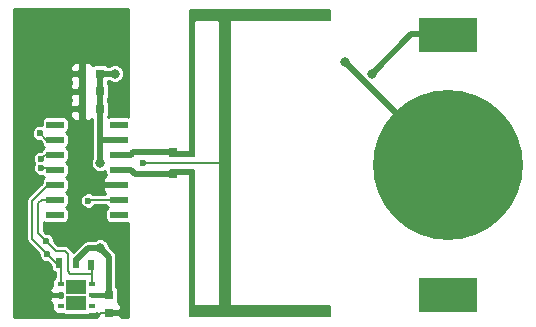
<source format=gbr>
G04 #@! TF.GenerationSoftware,KiCad,Pcbnew,5.0.0-fee4fd1~66~ubuntu16.04.1*
G04 #@! TF.CreationDate,2018-09-16T20:12:26+02:00*
G04 #@! TF.ProjectId,sensof_ht,73656E736F665F68742E6B696361645F,01*
G04 #@! TF.SameCoordinates,Original*
G04 #@! TF.FileFunction,Copper,L1,Top,Signal*
G04 #@! TF.FilePolarity,Positive*
%FSLAX46Y46*%
G04 Gerber Fmt 4.6, Leading zero omitted, Abs format (unit mm)*
G04 Created by KiCad (PCBNEW 5.0.0-fee4fd1~66~ubuntu16.04.1) date Sun Sep 16 20:12:26 2018*
%MOMM*%
%LPD*%
G01*
G04 APERTURE LIST*
G04 #@! TA.AperFunction,SMDPad,CuDef*
%ADD10R,0.630000X0.450000*%
G04 #@! TD*
G04 #@! TA.AperFunction,SMDPad,CuDef*
%ADD11R,0.850000X1.300000*%
G04 #@! TD*
G04 #@! TA.AperFunction,SMDPad,CuDef*
%ADD12R,0.800000X0.800000*%
G04 #@! TD*
G04 #@! TA.AperFunction,SMDPad,CuDef*
%ADD13R,0.800000X0.750000*%
G04 #@! TD*
G04 #@! TA.AperFunction,BGAPad,CuDef*
%ADD14C,12.700000*%
G04 #@! TD*
G04 #@! TA.AperFunction,SMDPad,CuDef*
%ADD15R,5.000000X3.000000*%
G04 #@! TD*
G04 #@! TA.AperFunction,SMDPad,CuDef*
%ADD16R,1.500000X0.600000*%
G04 #@! TD*
G04 #@! TA.AperFunction,SMDPad,CuDef*
%ADD17R,0.750000X0.800000*%
G04 #@! TD*
G04 #@! TA.AperFunction,SMDPad,CuDef*
%ADD18R,0.500000X0.900000*%
G04 #@! TD*
G04 #@! TA.AperFunction,ViaPad*
%ADD19C,0.600000*%
G04 #@! TD*
G04 #@! TA.AperFunction,ViaPad*
%ADD20C,0.800000*%
G04 #@! TD*
G04 #@! TA.AperFunction,Conductor*
%ADD21C,0.200000*%
G04 #@! TD*
G04 #@! TA.AperFunction,Conductor*
%ADD22C,0.500000*%
G04 #@! TD*
G04 #@! TA.AperFunction,Conductor*
%ADD23C,0.400000*%
G04 #@! TD*
G04 #@! TA.AperFunction,Conductor*
%ADD24C,0.500130*%
G04 #@! TD*
G04 #@! TA.AperFunction,Conductor*
%ADD25C,0.199900*%
G04 #@! TD*
G04 #@! TA.AperFunction,Conductor*
%ADD26C,0.254000*%
G04 #@! TD*
G04 #@! TA.AperFunction,Conductor*
%ADD27C,0.152400*%
G04 #@! TD*
G04 APERTURE END LIST*
D10*
G04 #@! TO.P,U2,1*
G04 #@! TO.N,Net-(R2-Pad2)*
X128380000Y-102670000D03*
G04 #@! TO.P,U2,2*
G04 #@! TO.N,GND*
X128380000Y-103620000D03*
G04 #@! TO.P,U2,3*
G04 #@! TO.N,N/C*
X128380000Y-104570000D03*
G04 #@! TO.P,U2,4*
X131060000Y-104570000D03*
G04 #@! TO.P,U2,5*
G04 #@! TO.N,VDD*
X131060000Y-103620000D03*
G04 #@! TO.P,U2,6*
G04 #@! TO.N,Net-(R1-Pad2)*
X131060000Y-102670000D03*
D11*
G04 #@! TO.P,U2,7*
G04 #@! TO.N,N/C*
X130145000Y-104270000D03*
X130145000Y-102970000D03*
X129295000Y-104270000D03*
X129295000Y-102970000D03*
G04 #@! TD*
D12*
G04 #@! TO.P,REF\002A\002A,1*
G04 #@! TO.N,Net-(C1-Pad2)*
X142290000Y-92440000D03*
G04 #@! TD*
D13*
G04 #@! TO.P,C3,2*
G04 #@! TO.N,GND*
X130220000Y-84870000D03*
G04 #@! TO.P,C3,1*
G04 #@! TO.N,VDD*
X131720000Y-84870000D03*
G04 #@! TD*
D14*
G04 #@! TO.P,BT1,2*
G04 #@! TO.N,GND*
X161220000Y-92620000D03*
D15*
G04 #@! TO.P,BT1,1*
G04 #@! TO.N,VDD*
X161220000Y-81620000D03*
G04 #@! TO.P,BT1,*
G04 #@! TO.N,*
X161220000Y-103620000D03*
G04 #@! TD*
D12*
G04 #@! TO.P,C2,2*
G04 #@! TO.N,Net-(C1-Pad2)*
X137920000Y-93350000D03*
G04 #@! TO.P,C2,1*
X137920000Y-91550000D03*
G04 #@! TD*
D16*
G04 #@! TO.P,U1,1*
G04 #@! TO.N,Net-(U1-Pad1)*
X133320000Y-96820000D03*
G04 #@! TO.P,U1,2*
G04 #@! TO.N,Net-(TP4-Pad1)*
X133320000Y-95550000D03*
G04 #@! TO.P,U1,3*
G04 #@! TO.N,GND*
X133320000Y-94280000D03*
G04 #@! TO.P,U1,4*
G04 #@! TO.N,Net-(C1-Pad2)*
X133320000Y-93010000D03*
G04 #@! TO.P,U1,5*
X133320000Y-91740000D03*
G04 #@! TO.P,U1,6*
G04 #@! TO.N,VDD*
X133320000Y-90470000D03*
G04 #@! TO.P,U1,7*
G04 #@! TO.N,Net-(U1-Pad7)*
X133320000Y-89200000D03*
G04 #@! TO.P,U1,8*
G04 #@! TO.N,Net-(U1-Pad8)*
X127920000Y-89200000D03*
G04 #@! TO.P,U1,9*
G04 #@! TO.N,Net-(TP7-Pad1)*
X127920000Y-90470000D03*
G04 #@! TO.P,U1,10*
G04 #@! TO.N,Net-(TP6-Pad1)*
X127920000Y-91740000D03*
G04 #@! TO.P,U1,11*
G04 #@! TO.N,Net-(TP5-Pad1)*
X127920000Y-93010000D03*
G04 #@! TO.P,U1,12*
G04 #@! TO.N,Net-(R2-Pad2)*
X127920000Y-94280000D03*
G04 #@! TO.P,U1,13*
G04 #@! TO.N,Net-(R1-Pad2)*
X127920000Y-95550000D03*
G04 #@! TO.P,U1,14*
G04 #@! TO.N,Net-(U1-Pad14)*
X127920000Y-96820000D03*
G04 #@! TD*
D13*
G04 #@! TO.P,C4,2*
G04 #@! TO.N,GND*
X130220000Y-86370000D03*
G04 #@! TO.P,C4,1*
G04 #@! TO.N,VDD*
X131720000Y-86370000D03*
G04 #@! TD*
G04 #@! TO.P,C5,2*
G04 #@! TO.N,GND*
X130220000Y-87870000D03*
G04 #@! TO.P,C5,1*
G04 #@! TO.N,VDD*
X131720000Y-87870000D03*
G04 #@! TD*
D17*
G04 #@! TO.P,C6,2*
G04 #@! TO.N,GND*
X132470000Y-105120000D03*
G04 #@! TO.P,C6,1*
G04 #@! TO.N,VDD*
X132470000Y-103620000D03*
G04 #@! TD*
D18*
G04 #@! TO.P,R1,1*
G04 #@! TO.N,VDD*
X132470000Y-101120000D03*
G04 #@! TO.P,R1,2*
G04 #@! TO.N,Net-(R1-Pad2)*
X130970000Y-101120000D03*
G04 #@! TD*
G04 #@! TO.P,R2,1*
G04 #@! TO.N,VDD*
X129720000Y-100870000D03*
G04 #@! TO.P,R2,2*
G04 #@! TO.N,Net-(R2-Pad2)*
X128220000Y-100870000D03*
G04 #@! TD*
D19*
G04 #@! TO.N,GND*
X133720000Y-99120000D03*
X133720000Y-105120000D03*
X133720000Y-102120000D03*
X127220000Y-101120000D03*
X124750000Y-105250000D03*
X127500000Y-103500000D03*
X127470000Y-105370000D03*
X127720000Y-98370000D03*
X130720000Y-98370000D03*
X129720000Y-95370000D03*
X130220000Y-92370000D03*
X127220000Y-87880000D03*
X130720000Y-89370000D03*
X128970000Y-86370000D03*
X133220000Y-87870000D03*
X133220000Y-85870000D03*
D20*
X152470000Y-83870000D03*
X133470000Y-83620000D03*
D19*
X130470000Y-83120000D03*
X127470000Y-83120000D03*
X127470000Y-80120000D03*
X133470000Y-80120000D03*
X130470000Y-80120000D03*
X127040000Y-85310000D03*
X124970000Y-80120000D03*
X124750000Y-84750000D03*
X128720000Y-84120000D03*
X124750000Y-87290000D03*
X124750000Y-89830000D03*
X124750000Y-92370000D03*
X124750000Y-94910000D03*
X124750000Y-97450000D03*
X124750000Y-82210000D03*
X124750000Y-102530000D03*
X124750000Y-99990000D03*
D20*
G04 #@! TO.N,VDD*
X131720000Y-99620000D03*
X131720000Y-92445000D03*
X154720000Y-84870000D03*
X132970000Y-84870000D03*
G04 #@! TO.N,Net-(C1-Pad2)*
X150780000Y-79950000D03*
X150780000Y-104950000D03*
D19*
X135395090Y-92460020D03*
G04 #@! TO.N,Net-(R1-Pad2)*
X127170000Y-99070000D03*
G04 #@! TO.N,Net-(R2-Pad2)*
X127220000Y-100120000D03*
G04 #@! TO.N,Net-(TP4-Pad1)*
X130720000Y-95620000D03*
G04 #@! TO.N,Net-(TP5-Pad1)*
X126760000Y-92890000D03*
G04 #@! TO.N,Net-(TP6-Pad1)*
X126700000Y-92090000D03*
G04 #@! TO.N,Net-(TP7-Pad1)*
X126630000Y-89920000D03*
G04 #@! TD*
D21*
G04 #@! TO.N,GND*
X132470000Y-105120000D02*
X131720000Y-105120000D01*
X131470000Y-105370000D02*
X127470000Y-105370000D01*
X131720000Y-105120000D02*
X131470000Y-105370000D01*
D22*
X133720000Y-104370000D02*
X133720000Y-105120000D01*
X133720000Y-104370000D02*
X133720000Y-99870000D01*
X133720000Y-99870000D02*
X130720000Y-96870000D01*
X132470000Y-105120000D02*
X133720000Y-105120000D01*
X130720000Y-89370000D02*
X130220000Y-89370000D01*
X133320000Y-94280000D02*
X129720000Y-94280000D01*
X130720000Y-96870000D02*
X129720000Y-95870000D01*
X129720000Y-95870000D02*
X129720000Y-95370000D01*
X129720000Y-95370000D02*
X129720000Y-94280000D01*
X129720000Y-92870000D02*
X130220000Y-92370000D01*
X130220000Y-89370000D02*
X130220000Y-92120000D01*
X129720000Y-94280000D02*
X129720000Y-92870000D01*
X130220000Y-92370000D02*
X130220000Y-92120000D01*
X130220000Y-86370000D02*
X130220000Y-84870000D01*
X130220000Y-84870000D02*
X130220000Y-83870000D01*
X130220000Y-83870000D02*
X130720000Y-83370000D01*
X130720000Y-83370000D02*
X133220000Y-83370000D01*
X133220000Y-83370000D02*
X133470000Y-83620000D01*
X161120000Y-92545000D02*
X161120000Y-92520000D01*
X161120000Y-92520000D02*
X152470000Y-83870000D01*
X133470000Y-83620000D02*
X133220000Y-83370000D01*
X133220000Y-83370000D02*
X130720000Y-83370000D01*
X130720000Y-83370000D02*
X130220000Y-83870000D01*
X130220000Y-83870000D02*
X130220000Y-86370000D01*
X130220000Y-86370000D02*
X130220000Y-87870000D01*
X130220000Y-87870000D02*
X130220000Y-89370000D01*
D21*
X127470000Y-104945736D02*
X127470000Y-105370000D01*
X127470000Y-104015000D02*
X127470000Y-104945736D01*
X127865000Y-103620000D02*
X127470000Y-104015000D01*
X128380000Y-103620000D02*
X127865000Y-103620000D01*
D22*
G04 #@! TO.N,VDD*
X133320000Y-90470000D02*
X131720000Y-90470000D01*
X131720000Y-91870000D02*
X131720000Y-90470000D01*
X131720000Y-92445000D02*
X131720000Y-91870000D01*
X131720000Y-90470000D02*
X131720000Y-90120000D01*
X129720000Y-100870000D02*
X129720000Y-100620000D01*
X129720000Y-100620000D02*
X130720000Y-99620000D01*
X130720000Y-99620000D02*
X131720000Y-99620000D01*
X132470000Y-100370000D02*
X132470000Y-101120000D01*
X131720000Y-99620000D02*
X132470000Y-100370000D01*
X131720000Y-84870000D02*
X132970000Y-84870000D01*
X158045000Y-81545000D02*
X161120000Y-81545000D01*
X154720000Y-84870000D02*
X158045000Y-81545000D01*
X131720000Y-87870000D02*
X131720000Y-86370000D01*
X131720000Y-86370000D02*
X131720000Y-84870000D01*
D23*
X131060000Y-103620000D02*
X132470000Y-103620000D01*
D22*
X132470000Y-103620000D02*
X132470000Y-101120000D01*
X131720000Y-87870000D02*
X131720000Y-90120000D01*
D21*
G04 #@! TO.N,Net-(C1-Pad2)*
X142290000Y-92440000D02*
X142290000Y-79960000D01*
X142300000Y-79950000D02*
X150780000Y-79950000D01*
X142290000Y-79960000D02*
X142300000Y-79950000D01*
X142290000Y-92440000D02*
X142290000Y-104940000D01*
X142300000Y-104950000D02*
X150780000Y-104950000D01*
X142290000Y-104940000D02*
X142300000Y-104950000D01*
D24*
X133309750Y-91743240D02*
X134315080Y-91743240D01*
X137915030Y-91529880D02*
X137924930Y-91540040D01*
X137635120Y-91529880D02*
X137915030Y-91529880D01*
X134528190Y-91529880D02*
X137635120Y-91529880D01*
X134315080Y-91743240D02*
X134528190Y-91529880D01*
X133309750Y-93013240D02*
X134315080Y-93013240D01*
X134315080Y-93013240D02*
X134651890Y-93350040D01*
X134651890Y-93350040D02*
X137635120Y-93350040D01*
X137635120Y-93350040D02*
X137924930Y-93350040D01*
D25*
X135395090Y-92460020D02*
X135414900Y-92439960D01*
X135414900Y-92439960D02*
X141835010Y-92439960D01*
X141835010Y-92439960D02*
X142285100Y-92439960D01*
D21*
G04 #@! TO.N,Net-(R1-Pad2)*
X131060000Y-101870000D02*
X129220000Y-101870000D01*
X128720000Y-99870000D02*
X127970000Y-99870000D01*
X128970000Y-100120000D02*
X128720000Y-99870000D01*
X128970000Y-101620000D02*
X128970000Y-100120000D01*
X129220000Y-101870000D02*
X128970000Y-101620000D01*
X127920000Y-95550000D02*
X126790000Y-95550000D01*
X126790000Y-95550000D02*
X126470000Y-95870000D01*
X126470000Y-95870000D02*
X126470000Y-98370000D01*
X126470000Y-98370000D02*
X126970000Y-98870000D01*
X131060000Y-102670000D02*
X131060000Y-101870000D01*
X131060000Y-101870000D02*
X131060000Y-101210000D01*
X131060000Y-101210000D02*
X130970000Y-101120000D01*
X127970000Y-99870000D02*
X127170000Y-99070000D01*
X127170000Y-99070000D02*
X126970000Y-98870000D01*
G04 #@! TO.N,Net-(R2-Pad2)*
X128380000Y-102670000D02*
X128380000Y-101030000D01*
X128380000Y-101030000D02*
X128220000Y-100870000D01*
X128220000Y-100870000D02*
X127970000Y-100870000D01*
X127970000Y-100870000D02*
X127220000Y-100120000D01*
X127920000Y-94280000D02*
X127310000Y-94280000D01*
X127310000Y-94280000D02*
X125970000Y-95620000D01*
X125970000Y-95620000D02*
X125970000Y-98870000D01*
X125970000Y-98870000D02*
X127220000Y-100120000D01*
G04 #@! TO.N,Net-(TP4-Pad1)*
X133320000Y-95550000D02*
X130790000Y-95550000D01*
X130790000Y-95550000D02*
X130720000Y-95620000D01*
G04 #@! TO.N,Net-(TP5-Pad1)*
X127800000Y-92890000D02*
X127920000Y-93010000D01*
X126760000Y-92890000D02*
X127800000Y-92890000D01*
G04 #@! TO.N,Net-(TP6-Pad1)*
X127050000Y-91740000D02*
X126700000Y-92090000D01*
X127920000Y-91740000D02*
X127050000Y-91740000D01*
G04 #@! TO.N,Net-(TP7-Pad1)*
X127180000Y-90470000D02*
X126630000Y-89920000D01*
X127920000Y-90470000D02*
X127180000Y-90470000D01*
G04 #@! TD*
D26*
G04 #@! TO.N,GND*
G36*
X134093000Y-88509994D02*
X134070000Y-88505419D01*
X132570000Y-88505419D01*
X132419000Y-88535455D01*
X132357000Y-88576882D01*
X132357000Y-88552082D01*
X132399011Y-88524011D01*
X132484545Y-88396000D01*
X132514581Y-88245000D01*
X132514581Y-87495000D01*
X132484545Y-87344000D01*
X132399011Y-87215989D01*
X132357000Y-87187918D01*
X132357000Y-87052082D01*
X132399011Y-87024011D01*
X132484545Y-86896000D01*
X132514581Y-86745000D01*
X132514581Y-85995000D01*
X132484545Y-85844000D01*
X132399011Y-85715989D01*
X132357000Y-85687918D01*
X132357000Y-85552082D01*
X132399011Y-85524011D01*
X132410377Y-85507000D01*
X132494014Y-85507000D01*
X132524200Y-85537186D01*
X132813456Y-85657000D01*
X133126544Y-85657000D01*
X133415800Y-85537186D01*
X133637186Y-85315800D01*
X133757000Y-85026544D01*
X133757000Y-84713456D01*
X133637186Y-84424200D01*
X133415800Y-84202814D01*
X133126544Y-84083000D01*
X132813456Y-84083000D01*
X132524200Y-84202814D01*
X132494014Y-84233000D01*
X132410377Y-84233000D01*
X132399011Y-84215989D01*
X132271000Y-84130455D01*
X132120000Y-84100419D01*
X131320000Y-84100419D01*
X131169000Y-84130455D01*
X131159068Y-84137091D01*
X131158327Y-84135301D01*
X130979698Y-83956673D01*
X130746309Y-83860000D01*
X130505750Y-83860000D01*
X130347000Y-84018750D01*
X130347000Y-84743000D01*
X130367000Y-84743000D01*
X130367000Y-84997000D01*
X130347000Y-84997000D01*
X130347000Y-86243000D01*
X130367000Y-86243000D01*
X130367000Y-86497000D01*
X130347000Y-86497000D01*
X130347000Y-87743000D01*
X130367000Y-87743000D01*
X130367000Y-87997000D01*
X130347000Y-87997000D01*
X130347000Y-88721250D01*
X130505750Y-88880000D01*
X130746309Y-88880000D01*
X130979698Y-88783327D01*
X131083000Y-88680025D01*
X131083001Y-90057259D01*
X131083000Y-90057264D01*
X131083000Y-90407264D01*
X131070521Y-90470000D01*
X131083001Y-90532740D01*
X131083000Y-91807264D01*
X131083000Y-91969014D01*
X131052814Y-91999200D01*
X130933000Y-92288456D01*
X130933000Y-92601544D01*
X131052814Y-92890800D01*
X131274200Y-93112186D01*
X131563456Y-93232000D01*
X131876544Y-93232000D01*
X132165800Y-93112186D01*
X132175419Y-93102567D01*
X132175419Y-93310000D01*
X132203053Y-93448922D01*
X132031673Y-93620301D01*
X131935000Y-93853690D01*
X131935000Y-93994250D01*
X132093750Y-94153000D01*
X133193000Y-94153000D01*
X133193000Y-94133000D01*
X133447000Y-94133000D01*
X133447000Y-94153000D01*
X133467000Y-94153000D01*
X133467000Y-94407000D01*
X133447000Y-94407000D01*
X133447000Y-94427000D01*
X133193000Y-94427000D01*
X133193000Y-94407000D01*
X132093750Y-94407000D01*
X131935000Y-94565750D01*
X131935000Y-94706310D01*
X132031673Y-94939699D01*
X132154975Y-95063000D01*
X131134564Y-95063000D01*
X131109154Y-95037590D01*
X130856653Y-94933000D01*
X130583347Y-94933000D01*
X130330846Y-95037590D01*
X130137590Y-95230846D01*
X130033000Y-95483347D01*
X130033000Y-95756653D01*
X130137590Y-96009154D01*
X130330846Y-96202410D01*
X130583347Y-96307000D01*
X130856653Y-96307000D01*
X131109154Y-96202410D01*
X131274564Y-96037000D01*
X132229509Y-96037000D01*
X132290989Y-96129011D01*
X132374783Y-96185000D01*
X132290989Y-96240989D01*
X132205455Y-96369000D01*
X132175419Y-96520000D01*
X132175419Y-97120000D01*
X132205455Y-97271000D01*
X132290989Y-97399011D01*
X132419000Y-97484545D01*
X132570000Y-97514581D01*
X134070000Y-97514581D01*
X134093000Y-97510006D01*
X134093000Y-105488000D01*
X133480000Y-105488000D01*
X133480000Y-105405750D01*
X133321250Y-105247000D01*
X132597000Y-105247000D01*
X132597000Y-105267000D01*
X132343000Y-105267000D01*
X132343000Y-105247000D01*
X132323000Y-105247000D01*
X132323000Y-104993000D01*
X132343000Y-104993000D01*
X132343000Y-104973000D01*
X132597000Y-104973000D01*
X132597000Y-104993000D01*
X133321250Y-104993000D01*
X133480000Y-104834250D01*
X133480000Y-104593691D01*
X133383327Y-104360302D01*
X133204699Y-104181673D01*
X133202909Y-104180932D01*
X133209545Y-104171000D01*
X133239581Y-104020000D01*
X133239581Y-103220000D01*
X133209545Y-103069000D01*
X133124011Y-102940989D01*
X133107000Y-102929623D01*
X133107000Y-101608112D01*
X133114581Y-101570000D01*
X133114581Y-100670000D01*
X133107000Y-100631888D01*
X133107000Y-100432731D01*
X133119478Y-100369999D01*
X133107000Y-100307265D01*
X133107000Y-100307264D01*
X133070040Y-100121455D01*
X132929251Y-99910749D01*
X132876066Y-99875212D01*
X132507000Y-99506147D01*
X132507000Y-99463456D01*
X132387186Y-99174200D01*
X132165800Y-98952814D01*
X131876544Y-98833000D01*
X131563456Y-98833000D01*
X131274200Y-98952814D01*
X131244014Y-98983000D01*
X130782736Y-98983000D01*
X130720000Y-98970521D01*
X130657264Y-98983000D01*
X130471455Y-99019960D01*
X130260749Y-99160749D01*
X130225212Y-99213934D01*
X129442086Y-99997061D01*
X129428743Y-99929982D01*
X129387692Y-99868545D01*
X129321107Y-99768893D01*
X129280444Y-99741723D01*
X129098277Y-99559556D01*
X129071107Y-99518893D01*
X128910018Y-99411257D01*
X128767961Y-99383000D01*
X128767960Y-99383000D01*
X128720000Y-99373460D01*
X128672040Y-99383000D01*
X128171722Y-99383000D01*
X127857000Y-99068279D01*
X127857000Y-98933347D01*
X127752410Y-98680846D01*
X127559154Y-98487590D01*
X127306653Y-98383000D01*
X127171722Y-98383000D01*
X126957000Y-98168279D01*
X126957000Y-97443118D01*
X127019000Y-97484545D01*
X127170000Y-97514581D01*
X128670000Y-97514581D01*
X128821000Y-97484545D01*
X128949011Y-97399011D01*
X129034545Y-97271000D01*
X129064581Y-97120000D01*
X129064581Y-96520000D01*
X129034545Y-96369000D01*
X128949011Y-96240989D01*
X128865217Y-96185000D01*
X128949011Y-96129011D01*
X129034545Y-96001000D01*
X129064581Y-95850000D01*
X129064581Y-95250000D01*
X129034545Y-95099000D01*
X128949011Y-94970989D01*
X128865217Y-94915000D01*
X128949011Y-94859011D01*
X129034545Y-94731000D01*
X129064581Y-94580000D01*
X129064581Y-93980000D01*
X129034545Y-93829000D01*
X128949011Y-93700989D01*
X128865217Y-93645000D01*
X128949011Y-93589011D01*
X129034545Y-93461000D01*
X129064581Y-93310000D01*
X129064581Y-92710000D01*
X129034545Y-92559000D01*
X128949011Y-92430989D01*
X128865217Y-92375000D01*
X128949011Y-92319011D01*
X129034545Y-92191000D01*
X129064581Y-92040000D01*
X129064581Y-91440000D01*
X129034545Y-91289000D01*
X128949011Y-91160989D01*
X128865217Y-91105000D01*
X128949011Y-91049011D01*
X129034545Y-90921000D01*
X129064581Y-90770000D01*
X129064581Y-90170000D01*
X129034545Y-90019000D01*
X128949011Y-89890989D01*
X128865217Y-89835000D01*
X128949011Y-89779011D01*
X129034545Y-89651000D01*
X129064581Y-89500000D01*
X129064581Y-88900000D01*
X129034545Y-88749000D01*
X128949011Y-88620989D01*
X128821000Y-88535455D01*
X128670000Y-88505419D01*
X127170000Y-88505419D01*
X127019000Y-88535455D01*
X126890989Y-88620989D01*
X126805455Y-88749000D01*
X126775419Y-88900000D01*
X126775419Y-89236631D01*
X126766653Y-89233000D01*
X126493347Y-89233000D01*
X126240846Y-89337590D01*
X126047590Y-89530846D01*
X125943000Y-89783347D01*
X125943000Y-90056653D01*
X126047590Y-90309154D01*
X126240846Y-90502410D01*
X126493347Y-90607000D01*
X126628278Y-90607000D01*
X126775419Y-90754141D01*
X126775419Y-90770000D01*
X126805455Y-90921000D01*
X126890989Y-91049011D01*
X126974783Y-91105000D01*
X126890989Y-91160989D01*
X126805455Y-91289000D01*
X126798873Y-91322088D01*
X126698893Y-91388893D01*
X126689467Y-91403000D01*
X126563347Y-91403000D01*
X126310846Y-91507590D01*
X126117590Y-91700846D01*
X126013000Y-91953347D01*
X126013000Y-92226653D01*
X126117590Y-92479154D01*
X126166370Y-92527934D01*
X126073000Y-92753347D01*
X126073000Y-93026653D01*
X126177590Y-93279154D01*
X126370846Y-93472410D01*
X126623347Y-93577000D01*
X126882964Y-93577000D01*
X126890989Y-93589011D01*
X126974783Y-93645000D01*
X126890989Y-93700989D01*
X126805455Y-93829000D01*
X126775419Y-93980000D01*
X126775419Y-94125859D01*
X125659556Y-95241723D01*
X125618893Y-95268893D01*
X125523769Y-95411257D01*
X125511257Y-95429983D01*
X125473460Y-95620000D01*
X125483000Y-95667961D01*
X125483001Y-98822035D01*
X125473460Y-98870000D01*
X125511257Y-99060017D01*
X125554819Y-99125212D01*
X125618894Y-99221107D01*
X125659554Y-99248275D01*
X126533000Y-100121722D01*
X126533000Y-100256653D01*
X126637590Y-100509154D01*
X126830846Y-100702410D01*
X127083347Y-100807000D01*
X127218279Y-100807000D01*
X127575419Y-101164141D01*
X127575419Y-101320000D01*
X127605455Y-101471000D01*
X127690989Y-101599011D01*
X127819000Y-101684545D01*
X127893001Y-101699265D01*
X127893000Y-102094486D01*
X127785989Y-102165989D01*
X127700455Y-102294000D01*
X127670419Y-102445000D01*
X127670419Y-102891556D01*
X127526673Y-103035301D01*
X127430000Y-103268690D01*
X127430000Y-103348750D01*
X127588750Y-103507500D01*
X128253000Y-103507500D01*
X128253000Y-103473000D01*
X128475419Y-103473000D01*
X128475419Y-103767000D01*
X128253000Y-103767000D01*
X128253000Y-103732500D01*
X127588750Y-103732500D01*
X127430000Y-103891250D01*
X127430000Y-103971310D01*
X127526673Y-104204699D01*
X127670419Y-104348444D01*
X127670419Y-104795000D01*
X127700455Y-104946000D01*
X127785989Y-105074011D01*
X127914000Y-105159545D01*
X128065000Y-105189581D01*
X128584688Y-105189581D01*
X128590989Y-105199011D01*
X128719000Y-105284545D01*
X128870000Y-105314581D01*
X130570000Y-105314581D01*
X130721000Y-105284545D01*
X130849011Y-105199011D01*
X130855312Y-105189581D01*
X131375000Y-105189581D01*
X131460000Y-105172673D01*
X131460000Y-105247002D01*
X131618748Y-105247002D01*
X131460000Y-105405750D01*
X131460000Y-105488000D01*
X124462000Y-105488000D01*
X124462000Y-88155750D01*
X129185000Y-88155750D01*
X129185000Y-88371310D01*
X129281673Y-88604699D01*
X129460302Y-88783327D01*
X129693691Y-88880000D01*
X129934250Y-88880000D01*
X130093000Y-88721250D01*
X130093000Y-87997000D01*
X129343750Y-87997000D01*
X129185000Y-88155750D01*
X124462000Y-88155750D01*
X124462000Y-86655750D01*
X129185000Y-86655750D01*
X129185000Y-86871310D01*
X129281673Y-87104699D01*
X129296974Y-87120000D01*
X129281673Y-87135301D01*
X129185000Y-87368690D01*
X129185000Y-87584250D01*
X129343750Y-87743000D01*
X130093000Y-87743000D01*
X130093000Y-86497000D01*
X129343750Y-86497000D01*
X129185000Y-86655750D01*
X124462000Y-86655750D01*
X124462000Y-85155750D01*
X129185000Y-85155750D01*
X129185000Y-85371310D01*
X129281673Y-85604699D01*
X129296974Y-85620000D01*
X129281673Y-85635301D01*
X129185000Y-85868690D01*
X129185000Y-86084250D01*
X129343750Y-86243000D01*
X130093000Y-86243000D01*
X130093000Y-84997000D01*
X129343750Y-84997000D01*
X129185000Y-85155750D01*
X124462000Y-85155750D01*
X124462000Y-84368690D01*
X129185000Y-84368690D01*
X129185000Y-84584250D01*
X129343750Y-84743000D01*
X130093000Y-84743000D01*
X130093000Y-84018750D01*
X129934250Y-83860000D01*
X129693691Y-83860000D01*
X129460302Y-83956673D01*
X129281673Y-84135301D01*
X129185000Y-84368690D01*
X124462000Y-84368690D01*
X124462000Y-79412000D01*
X134093000Y-79412000D01*
X134093000Y-88509994D01*
X134093000Y-88509994D01*
G37*
X134093000Y-88509994D02*
X134070000Y-88505419D01*
X132570000Y-88505419D01*
X132419000Y-88535455D01*
X132357000Y-88576882D01*
X132357000Y-88552082D01*
X132399011Y-88524011D01*
X132484545Y-88396000D01*
X132514581Y-88245000D01*
X132514581Y-87495000D01*
X132484545Y-87344000D01*
X132399011Y-87215989D01*
X132357000Y-87187918D01*
X132357000Y-87052082D01*
X132399011Y-87024011D01*
X132484545Y-86896000D01*
X132514581Y-86745000D01*
X132514581Y-85995000D01*
X132484545Y-85844000D01*
X132399011Y-85715989D01*
X132357000Y-85687918D01*
X132357000Y-85552082D01*
X132399011Y-85524011D01*
X132410377Y-85507000D01*
X132494014Y-85507000D01*
X132524200Y-85537186D01*
X132813456Y-85657000D01*
X133126544Y-85657000D01*
X133415800Y-85537186D01*
X133637186Y-85315800D01*
X133757000Y-85026544D01*
X133757000Y-84713456D01*
X133637186Y-84424200D01*
X133415800Y-84202814D01*
X133126544Y-84083000D01*
X132813456Y-84083000D01*
X132524200Y-84202814D01*
X132494014Y-84233000D01*
X132410377Y-84233000D01*
X132399011Y-84215989D01*
X132271000Y-84130455D01*
X132120000Y-84100419D01*
X131320000Y-84100419D01*
X131169000Y-84130455D01*
X131159068Y-84137091D01*
X131158327Y-84135301D01*
X130979698Y-83956673D01*
X130746309Y-83860000D01*
X130505750Y-83860000D01*
X130347000Y-84018750D01*
X130347000Y-84743000D01*
X130367000Y-84743000D01*
X130367000Y-84997000D01*
X130347000Y-84997000D01*
X130347000Y-86243000D01*
X130367000Y-86243000D01*
X130367000Y-86497000D01*
X130347000Y-86497000D01*
X130347000Y-87743000D01*
X130367000Y-87743000D01*
X130367000Y-87997000D01*
X130347000Y-87997000D01*
X130347000Y-88721250D01*
X130505750Y-88880000D01*
X130746309Y-88880000D01*
X130979698Y-88783327D01*
X131083000Y-88680025D01*
X131083001Y-90057259D01*
X131083000Y-90057264D01*
X131083000Y-90407264D01*
X131070521Y-90470000D01*
X131083001Y-90532740D01*
X131083000Y-91807264D01*
X131083000Y-91969014D01*
X131052814Y-91999200D01*
X130933000Y-92288456D01*
X130933000Y-92601544D01*
X131052814Y-92890800D01*
X131274200Y-93112186D01*
X131563456Y-93232000D01*
X131876544Y-93232000D01*
X132165800Y-93112186D01*
X132175419Y-93102567D01*
X132175419Y-93310000D01*
X132203053Y-93448922D01*
X132031673Y-93620301D01*
X131935000Y-93853690D01*
X131935000Y-93994250D01*
X132093750Y-94153000D01*
X133193000Y-94153000D01*
X133193000Y-94133000D01*
X133447000Y-94133000D01*
X133447000Y-94153000D01*
X133467000Y-94153000D01*
X133467000Y-94407000D01*
X133447000Y-94407000D01*
X133447000Y-94427000D01*
X133193000Y-94427000D01*
X133193000Y-94407000D01*
X132093750Y-94407000D01*
X131935000Y-94565750D01*
X131935000Y-94706310D01*
X132031673Y-94939699D01*
X132154975Y-95063000D01*
X131134564Y-95063000D01*
X131109154Y-95037590D01*
X130856653Y-94933000D01*
X130583347Y-94933000D01*
X130330846Y-95037590D01*
X130137590Y-95230846D01*
X130033000Y-95483347D01*
X130033000Y-95756653D01*
X130137590Y-96009154D01*
X130330846Y-96202410D01*
X130583347Y-96307000D01*
X130856653Y-96307000D01*
X131109154Y-96202410D01*
X131274564Y-96037000D01*
X132229509Y-96037000D01*
X132290989Y-96129011D01*
X132374783Y-96185000D01*
X132290989Y-96240989D01*
X132205455Y-96369000D01*
X132175419Y-96520000D01*
X132175419Y-97120000D01*
X132205455Y-97271000D01*
X132290989Y-97399011D01*
X132419000Y-97484545D01*
X132570000Y-97514581D01*
X134070000Y-97514581D01*
X134093000Y-97510006D01*
X134093000Y-105488000D01*
X133480000Y-105488000D01*
X133480000Y-105405750D01*
X133321250Y-105247000D01*
X132597000Y-105247000D01*
X132597000Y-105267000D01*
X132343000Y-105267000D01*
X132343000Y-105247000D01*
X132323000Y-105247000D01*
X132323000Y-104993000D01*
X132343000Y-104993000D01*
X132343000Y-104973000D01*
X132597000Y-104973000D01*
X132597000Y-104993000D01*
X133321250Y-104993000D01*
X133480000Y-104834250D01*
X133480000Y-104593691D01*
X133383327Y-104360302D01*
X133204699Y-104181673D01*
X133202909Y-104180932D01*
X133209545Y-104171000D01*
X133239581Y-104020000D01*
X133239581Y-103220000D01*
X133209545Y-103069000D01*
X133124011Y-102940989D01*
X133107000Y-102929623D01*
X133107000Y-101608112D01*
X133114581Y-101570000D01*
X133114581Y-100670000D01*
X133107000Y-100631888D01*
X133107000Y-100432731D01*
X133119478Y-100369999D01*
X133107000Y-100307265D01*
X133107000Y-100307264D01*
X133070040Y-100121455D01*
X132929251Y-99910749D01*
X132876066Y-99875212D01*
X132507000Y-99506147D01*
X132507000Y-99463456D01*
X132387186Y-99174200D01*
X132165800Y-98952814D01*
X131876544Y-98833000D01*
X131563456Y-98833000D01*
X131274200Y-98952814D01*
X131244014Y-98983000D01*
X130782736Y-98983000D01*
X130720000Y-98970521D01*
X130657264Y-98983000D01*
X130471455Y-99019960D01*
X130260749Y-99160749D01*
X130225212Y-99213934D01*
X129442086Y-99997061D01*
X129428743Y-99929982D01*
X129387692Y-99868545D01*
X129321107Y-99768893D01*
X129280444Y-99741723D01*
X129098277Y-99559556D01*
X129071107Y-99518893D01*
X128910018Y-99411257D01*
X128767961Y-99383000D01*
X128767960Y-99383000D01*
X128720000Y-99373460D01*
X128672040Y-99383000D01*
X128171722Y-99383000D01*
X127857000Y-99068279D01*
X127857000Y-98933347D01*
X127752410Y-98680846D01*
X127559154Y-98487590D01*
X127306653Y-98383000D01*
X127171722Y-98383000D01*
X126957000Y-98168279D01*
X126957000Y-97443118D01*
X127019000Y-97484545D01*
X127170000Y-97514581D01*
X128670000Y-97514581D01*
X128821000Y-97484545D01*
X128949011Y-97399011D01*
X129034545Y-97271000D01*
X129064581Y-97120000D01*
X129064581Y-96520000D01*
X129034545Y-96369000D01*
X128949011Y-96240989D01*
X128865217Y-96185000D01*
X128949011Y-96129011D01*
X129034545Y-96001000D01*
X129064581Y-95850000D01*
X129064581Y-95250000D01*
X129034545Y-95099000D01*
X128949011Y-94970989D01*
X128865217Y-94915000D01*
X128949011Y-94859011D01*
X129034545Y-94731000D01*
X129064581Y-94580000D01*
X129064581Y-93980000D01*
X129034545Y-93829000D01*
X128949011Y-93700989D01*
X128865217Y-93645000D01*
X128949011Y-93589011D01*
X129034545Y-93461000D01*
X129064581Y-93310000D01*
X129064581Y-92710000D01*
X129034545Y-92559000D01*
X128949011Y-92430989D01*
X128865217Y-92375000D01*
X128949011Y-92319011D01*
X129034545Y-92191000D01*
X129064581Y-92040000D01*
X129064581Y-91440000D01*
X129034545Y-91289000D01*
X128949011Y-91160989D01*
X128865217Y-91105000D01*
X128949011Y-91049011D01*
X129034545Y-90921000D01*
X129064581Y-90770000D01*
X129064581Y-90170000D01*
X129034545Y-90019000D01*
X128949011Y-89890989D01*
X128865217Y-89835000D01*
X128949011Y-89779011D01*
X129034545Y-89651000D01*
X129064581Y-89500000D01*
X129064581Y-88900000D01*
X129034545Y-88749000D01*
X128949011Y-88620989D01*
X128821000Y-88535455D01*
X128670000Y-88505419D01*
X127170000Y-88505419D01*
X127019000Y-88535455D01*
X126890989Y-88620989D01*
X126805455Y-88749000D01*
X126775419Y-88900000D01*
X126775419Y-89236631D01*
X126766653Y-89233000D01*
X126493347Y-89233000D01*
X126240846Y-89337590D01*
X126047590Y-89530846D01*
X125943000Y-89783347D01*
X125943000Y-90056653D01*
X126047590Y-90309154D01*
X126240846Y-90502410D01*
X126493347Y-90607000D01*
X126628278Y-90607000D01*
X126775419Y-90754141D01*
X126775419Y-90770000D01*
X126805455Y-90921000D01*
X126890989Y-91049011D01*
X126974783Y-91105000D01*
X126890989Y-91160989D01*
X126805455Y-91289000D01*
X126798873Y-91322088D01*
X126698893Y-91388893D01*
X126689467Y-91403000D01*
X126563347Y-91403000D01*
X126310846Y-91507590D01*
X126117590Y-91700846D01*
X126013000Y-91953347D01*
X126013000Y-92226653D01*
X126117590Y-92479154D01*
X126166370Y-92527934D01*
X126073000Y-92753347D01*
X126073000Y-93026653D01*
X126177590Y-93279154D01*
X126370846Y-93472410D01*
X126623347Y-93577000D01*
X126882964Y-93577000D01*
X126890989Y-93589011D01*
X126974783Y-93645000D01*
X126890989Y-93700989D01*
X126805455Y-93829000D01*
X126775419Y-93980000D01*
X126775419Y-94125859D01*
X125659556Y-95241723D01*
X125618893Y-95268893D01*
X125523769Y-95411257D01*
X125511257Y-95429983D01*
X125473460Y-95620000D01*
X125483000Y-95667961D01*
X125483001Y-98822035D01*
X125473460Y-98870000D01*
X125511257Y-99060017D01*
X125554819Y-99125212D01*
X125618894Y-99221107D01*
X125659554Y-99248275D01*
X126533000Y-100121722D01*
X126533000Y-100256653D01*
X126637590Y-100509154D01*
X126830846Y-100702410D01*
X127083347Y-100807000D01*
X127218279Y-100807000D01*
X127575419Y-101164141D01*
X127575419Y-101320000D01*
X127605455Y-101471000D01*
X127690989Y-101599011D01*
X127819000Y-101684545D01*
X127893001Y-101699265D01*
X127893000Y-102094486D01*
X127785989Y-102165989D01*
X127700455Y-102294000D01*
X127670419Y-102445000D01*
X127670419Y-102891556D01*
X127526673Y-103035301D01*
X127430000Y-103268690D01*
X127430000Y-103348750D01*
X127588750Y-103507500D01*
X128253000Y-103507500D01*
X128253000Y-103473000D01*
X128475419Y-103473000D01*
X128475419Y-103767000D01*
X128253000Y-103767000D01*
X128253000Y-103732500D01*
X127588750Y-103732500D01*
X127430000Y-103891250D01*
X127430000Y-103971310D01*
X127526673Y-104204699D01*
X127670419Y-104348444D01*
X127670419Y-104795000D01*
X127700455Y-104946000D01*
X127785989Y-105074011D01*
X127914000Y-105159545D01*
X128065000Y-105189581D01*
X128584688Y-105189581D01*
X128590989Y-105199011D01*
X128719000Y-105284545D01*
X128870000Y-105314581D01*
X130570000Y-105314581D01*
X130721000Y-105284545D01*
X130849011Y-105199011D01*
X130855312Y-105189581D01*
X131375000Y-105189581D01*
X131460000Y-105172673D01*
X131460000Y-105247002D01*
X131618748Y-105247002D01*
X131460000Y-105405750D01*
X131460000Y-105488000D01*
X124462000Y-105488000D01*
X124462000Y-88155750D01*
X129185000Y-88155750D01*
X129185000Y-88371310D01*
X129281673Y-88604699D01*
X129460302Y-88783327D01*
X129693691Y-88880000D01*
X129934250Y-88880000D01*
X130093000Y-88721250D01*
X130093000Y-87997000D01*
X129343750Y-87997000D01*
X129185000Y-88155750D01*
X124462000Y-88155750D01*
X124462000Y-86655750D01*
X129185000Y-86655750D01*
X129185000Y-86871310D01*
X129281673Y-87104699D01*
X129296974Y-87120000D01*
X129281673Y-87135301D01*
X129185000Y-87368690D01*
X129185000Y-87584250D01*
X129343750Y-87743000D01*
X130093000Y-87743000D01*
X130093000Y-86497000D01*
X129343750Y-86497000D01*
X129185000Y-86655750D01*
X124462000Y-86655750D01*
X124462000Y-85155750D01*
X129185000Y-85155750D01*
X129185000Y-85371310D01*
X129281673Y-85604699D01*
X129296974Y-85620000D01*
X129281673Y-85635301D01*
X129185000Y-85868690D01*
X129185000Y-86084250D01*
X129343750Y-86243000D01*
X130093000Y-86243000D01*
X130093000Y-84997000D01*
X129343750Y-84997000D01*
X129185000Y-85155750D01*
X124462000Y-85155750D01*
X124462000Y-84368690D01*
X129185000Y-84368690D01*
X129185000Y-84584250D01*
X129343750Y-84743000D01*
X130093000Y-84743000D01*
X130093000Y-84018750D01*
X129934250Y-83860000D01*
X129693691Y-83860000D01*
X129460302Y-83956673D01*
X129281673Y-84135301D01*
X129185000Y-84368690D01*
X124462000Y-84368690D01*
X124462000Y-79412000D01*
X134093000Y-79412000D01*
X134093000Y-88509994D01*
D27*
G04 #@! TO.N,Net-(C1-Pad2)*
G36*
X151203800Y-80373800D02*
X142780000Y-80373800D01*
X142750840Y-80379600D01*
X142726118Y-80396118D01*
X142709600Y-80420840D01*
X142703800Y-80450000D01*
X142703800Y-104450000D01*
X142709600Y-104479160D01*
X142726118Y-104503882D01*
X142750840Y-104520400D01*
X142780000Y-104526200D01*
X151203800Y-104526200D01*
X151203800Y-105373800D01*
X139356200Y-105373800D01*
X139356200Y-93450000D01*
X139350400Y-93420840D01*
X139333882Y-93396118D01*
X139309160Y-93379600D01*
X139280000Y-93373800D01*
X137656200Y-93373800D01*
X137656200Y-93026200D01*
X139703800Y-93026200D01*
X139703800Y-104450000D01*
X139709600Y-104479160D01*
X139726118Y-104503882D01*
X139750840Y-104520400D01*
X139780000Y-104526200D01*
X141780000Y-104526200D01*
X141809160Y-104520400D01*
X141833882Y-104503882D01*
X141850400Y-104479160D01*
X141856200Y-104450000D01*
X141856200Y-80450000D01*
X141850400Y-80420840D01*
X141833882Y-80396118D01*
X141809160Y-80379600D01*
X141780000Y-80373800D01*
X139780000Y-80373800D01*
X139750840Y-80379600D01*
X139726118Y-80396118D01*
X139709600Y-80420840D01*
X139703800Y-80450000D01*
X139703800Y-91873800D01*
X137656200Y-91873800D01*
X137656200Y-91526200D01*
X139280000Y-91526200D01*
X139309160Y-91520400D01*
X139333882Y-91503882D01*
X139350400Y-91479160D01*
X139356200Y-91450000D01*
X139356200Y-79526200D01*
X151203800Y-79526200D01*
X151203800Y-80373800D01*
X151203800Y-80373800D01*
G37*
X151203800Y-80373800D02*
X142780000Y-80373800D01*
X142750840Y-80379600D01*
X142726118Y-80396118D01*
X142709600Y-80420840D01*
X142703800Y-80450000D01*
X142703800Y-104450000D01*
X142709600Y-104479160D01*
X142726118Y-104503882D01*
X142750840Y-104520400D01*
X142780000Y-104526200D01*
X151203800Y-104526200D01*
X151203800Y-105373800D01*
X139356200Y-105373800D01*
X139356200Y-93450000D01*
X139350400Y-93420840D01*
X139333882Y-93396118D01*
X139309160Y-93379600D01*
X139280000Y-93373800D01*
X137656200Y-93373800D01*
X137656200Y-93026200D01*
X139703800Y-93026200D01*
X139703800Y-104450000D01*
X139709600Y-104479160D01*
X139726118Y-104503882D01*
X139750840Y-104520400D01*
X139780000Y-104526200D01*
X141780000Y-104526200D01*
X141809160Y-104520400D01*
X141833882Y-104503882D01*
X141850400Y-104479160D01*
X141856200Y-104450000D01*
X141856200Y-80450000D01*
X141850400Y-80420840D01*
X141833882Y-80396118D01*
X141809160Y-80379600D01*
X141780000Y-80373800D01*
X139780000Y-80373800D01*
X139750840Y-80379600D01*
X139726118Y-80396118D01*
X139709600Y-80420840D01*
X139703800Y-80450000D01*
X139703800Y-91873800D01*
X137656200Y-91873800D01*
X137656200Y-91526200D01*
X139280000Y-91526200D01*
X139309160Y-91520400D01*
X139333882Y-91503882D01*
X139350400Y-91479160D01*
X139356200Y-91450000D01*
X139356200Y-79526200D01*
X151203800Y-79526200D01*
X151203800Y-80373800D01*
G04 #@! TD*
M02*

</source>
